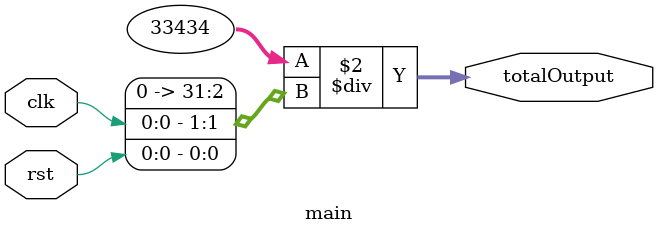
<source format=v>

module main(
input clk,
input rst,
output reg [31:0]totalOutput
);

always @ (*) begin
	totalOutput = 32'd33434 / {clk, rst};
end

endmodule


</source>
